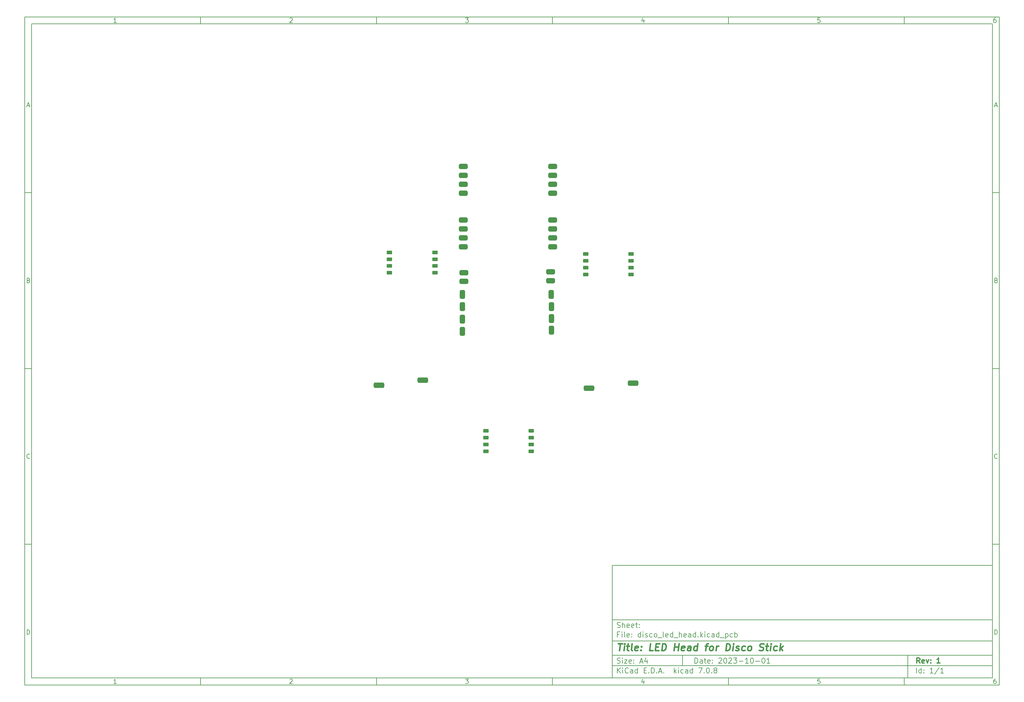
<source format=gbr>
%TF.GenerationSoftware,KiCad,Pcbnew,7.0.8*%
%TF.CreationDate,2024-03-21T08:56:40-07:00*%
%TF.ProjectId,disco_led_head,64697363-6f5f-46c6-9564-5f686561642e,1*%
%TF.SameCoordinates,Original*%
%TF.FileFunction,Soldermask,Top*%
%TF.FilePolarity,Negative*%
%FSLAX46Y46*%
G04 Gerber Fmt 4.6, Leading zero omitted, Abs format (unit mm)*
G04 Created by KiCad (PCBNEW 7.0.8) date 2024-03-21 08:56:40*
%MOMM*%
%LPD*%
G01*
G04 APERTURE LIST*
G04 Aperture macros list*
%AMRoundRect*
0 Rectangle with rounded corners*
0 $1 Rounding radius*
0 $2 $3 $4 $5 $6 $7 $8 $9 X,Y pos of 4 corners*
0 Add a 4 corners polygon primitive as box body*
4,1,4,$2,$3,$4,$5,$6,$7,$8,$9,$2,$3,0*
0 Add four circle primitives for the rounded corners*
1,1,$1+$1,$2,$3*
1,1,$1+$1,$4,$5*
1,1,$1+$1,$6,$7*
1,1,$1+$1,$8,$9*
0 Add four rect primitives between the rounded corners*
20,1,$1+$1,$2,$3,$4,$5,0*
20,1,$1+$1,$4,$5,$6,$7,0*
20,1,$1+$1,$6,$7,$8,$9,0*
20,1,$1+$1,$8,$9,$2,$3,0*%
G04 Aperture macros list end*
%ADD10C,0.100000*%
%ADD11C,0.150000*%
%ADD12C,0.300000*%
%ADD13C,0.400000*%
%ADD14RoundRect,0.375000X-0.875000X-0.375000X0.875000X-0.375000X0.875000X0.375000X-0.875000X0.375000X0*%
%ADD15RoundRect,0.375000X0.875000X0.375000X-0.875000X0.375000X-0.875000X-0.375000X0.875000X-0.375000X0*%
%ADD16RoundRect,0.375000X-0.375000X0.875000X-0.375000X-0.875000X0.375000X-0.875000X0.375000X0.875000X0*%
%ADD17RoundRect,0.381000X-1.119000X-0.381000X1.119000X-0.381000X1.119000X0.381000X-1.119000X0.381000X0*%
%ADD18RoundRect,0.250000X-0.550000X-0.250000X0.550000X-0.250000X0.550000X0.250000X-0.550000X0.250000X0*%
%ADD19RoundRect,0.250000X0.550000X0.250000X-0.550000X0.250000X-0.550000X-0.250000X0.550000X-0.250000X0*%
G04 APERTURE END LIST*
D10*
D11*
X177002200Y-166007200D02*
X285002200Y-166007200D01*
X285002200Y-198007200D01*
X177002200Y-198007200D01*
X177002200Y-166007200D01*
D10*
D11*
X10000000Y-10000000D02*
X287002200Y-10000000D01*
X287002200Y-200007200D01*
X10000000Y-200007200D01*
X10000000Y-10000000D01*
D10*
D11*
X12000000Y-12000000D02*
X285002200Y-12000000D01*
X285002200Y-198007200D01*
X12000000Y-198007200D01*
X12000000Y-12000000D01*
D10*
D11*
X60000000Y-12000000D02*
X60000000Y-10000000D01*
D10*
D11*
X110000000Y-12000000D02*
X110000000Y-10000000D01*
D10*
D11*
X160000000Y-12000000D02*
X160000000Y-10000000D01*
D10*
D11*
X210000000Y-12000000D02*
X210000000Y-10000000D01*
D10*
D11*
X260000000Y-12000000D02*
X260000000Y-10000000D01*
D10*
D11*
X36089160Y-11593604D02*
X35346303Y-11593604D01*
X35717731Y-11593604D02*
X35717731Y-10293604D01*
X35717731Y-10293604D02*
X35593922Y-10479319D01*
X35593922Y-10479319D02*
X35470112Y-10603128D01*
X35470112Y-10603128D02*
X35346303Y-10665033D01*
D10*
D11*
X85346303Y-10417414D02*
X85408207Y-10355509D01*
X85408207Y-10355509D02*
X85532017Y-10293604D01*
X85532017Y-10293604D02*
X85841541Y-10293604D01*
X85841541Y-10293604D02*
X85965350Y-10355509D01*
X85965350Y-10355509D02*
X86027255Y-10417414D01*
X86027255Y-10417414D02*
X86089160Y-10541223D01*
X86089160Y-10541223D02*
X86089160Y-10665033D01*
X86089160Y-10665033D02*
X86027255Y-10850747D01*
X86027255Y-10850747D02*
X85284398Y-11593604D01*
X85284398Y-11593604D02*
X86089160Y-11593604D01*
D10*
D11*
X135284398Y-10293604D02*
X136089160Y-10293604D01*
X136089160Y-10293604D02*
X135655826Y-10788842D01*
X135655826Y-10788842D02*
X135841541Y-10788842D01*
X135841541Y-10788842D02*
X135965350Y-10850747D01*
X135965350Y-10850747D02*
X136027255Y-10912652D01*
X136027255Y-10912652D02*
X136089160Y-11036461D01*
X136089160Y-11036461D02*
X136089160Y-11345985D01*
X136089160Y-11345985D02*
X136027255Y-11469795D01*
X136027255Y-11469795D02*
X135965350Y-11531700D01*
X135965350Y-11531700D02*
X135841541Y-11593604D01*
X135841541Y-11593604D02*
X135470112Y-11593604D01*
X135470112Y-11593604D02*
X135346303Y-11531700D01*
X135346303Y-11531700D02*
X135284398Y-11469795D01*
D10*
D11*
X185965350Y-10726938D02*
X185965350Y-11593604D01*
X185655826Y-10231700D02*
X185346303Y-11160271D01*
X185346303Y-11160271D02*
X186151064Y-11160271D01*
D10*
D11*
X236027255Y-10293604D02*
X235408207Y-10293604D01*
X235408207Y-10293604D02*
X235346303Y-10912652D01*
X235346303Y-10912652D02*
X235408207Y-10850747D01*
X235408207Y-10850747D02*
X235532017Y-10788842D01*
X235532017Y-10788842D02*
X235841541Y-10788842D01*
X235841541Y-10788842D02*
X235965350Y-10850747D01*
X235965350Y-10850747D02*
X236027255Y-10912652D01*
X236027255Y-10912652D02*
X236089160Y-11036461D01*
X236089160Y-11036461D02*
X236089160Y-11345985D01*
X236089160Y-11345985D02*
X236027255Y-11469795D01*
X236027255Y-11469795D02*
X235965350Y-11531700D01*
X235965350Y-11531700D02*
X235841541Y-11593604D01*
X235841541Y-11593604D02*
X235532017Y-11593604D01*
X235532017Y-11593604D02*
X235408207Y-11531700D01*
X235408207Y-11531700D02*
X235346303Y-11469795D01*
D10*
D11*
X285965350Y-10293604D02*
X285717731Y-10293604D01*
X285717731Y-10293604D02*
X285593922Y-10355509D01*
X285593922Y-10355509D02*
X285532017Y-10417414D01*
X285532017Y-10417414D02*
X285408207Y-10603128D01*
X285408207Y-10603128D02*
X285346303Y-10850747D01*
X285346303Y-10850747D02*
X285346303Y-11345985D01*
X285346303Y-11345985D02*
X285408207Y-11469795D01*
X285408207Y-11469795D02*
X285470112Y-11531700D01*
X285470112Y-11531700D02*
X285593922Y-11593604D01*
X285593922Y-11593604D02*
X285841541Y-11593604D01*
X285841541Y-11593604D02*
X285965350Y-11531700D01*
X285965350Y-11531700D02*
X286027255Y-11469795D01*
X286027255Y-11469795D02*
X286089160Y-11345985D01*
X286089160Y-11345985D02*
X286089160Y-11036461D01*
X286089160Y-11036461D02*
X286027255Y-10912652D01*
X286027255Y-10912652D02*
X285965350Y-10850747D01*
X285965350Y-10850747D02*
X285841541Y-10788842D01*
X285841541Y-10788842D02*
X285593922Y-10788842D01*
X285593922Y-10788842D02*
X285470112Y-10850747D01*
X285470112Y-10850747D02*
X285408207Y-10912652D01*
X285408207Y-10912652D02*
X285346303Y-11036461D01*
D10*
D11*
X60000000Y-198007200D02*
X60000000Y-200007200D01*
D10*
D11*
X110000000Y-198007200D02*
X110000000Y-200007200D01*
D10*
D11*
X160000000Y-198007200D02*
X160000000Y-200007200D01*
D10*
D11*
X210000000Y-198007200D02*
X210000000Y-200007200D01*
D10*
D11*
X260000000Y-198007200D02*
X260000000Y-200007200D01*
D10*
D11*
X36089160Y-199600804D02*
X35346303Y-199600804D01*
X35717731Y-199600804D02*
X35717731Y-198300804D01*
X35717731Y-198300804D02*
X35593922Y-198486519D01*
X35593922Y-198486519D02*
X35470112Y-198610328D01*
X35470112Y-198610328D02*
X35346303Y-198672233D01*
D10*
D11*
X85346303Y-198424614D02*
X85408207Y-198362709D01*
X85408207Y-198362709D02*
X85532017Y-198300804D01*
X85532017Y-198300804D02*
X85841541Y-198300804D01*
X85841541Y-198300804D02*
X85965350Y-198362709D01*
X85965350Y-198362709D02*
X86027255Y-198424614D01*
X86027255Y-198424614D02*
X86089160Y-198548423D01*
X86089160Y-198548423D02*
X86089160Y-198672233D01*
X86089160Y-198672233D02*
X86027255Y-198857947D01*
X86027255Y-198857947D02*
X85284398Y-199600804D01*
X85284398Y-199600804D02*
X86089160Y-199600804D01*
D10*
D11*
X135284398Y-198300804D02*
X136089160Y-198300804D01*
X136089160Y-198300804D02*
X135655826Y-198796042D01*
X135655826Y-198796042D02*
X135841541Y-198796042D01*
X135841541Y-198796042D02*
X135965350Y-198857947D01*
X135965350Y-198857947D02*
X136027255Y-198919852D01*
X136027255Y-198919852D02*
X136089160Y-199043661D01*
X136089160Y-199043661D02*
X136089160Y-199353185D01*
X136089160Y-199353185D02*
X136027255Y-199476995D01*
X136027255Y-199476995D02*
X135965350Y-199538900D01*
X135965350Y-199538900D02*
X135841541Y-199600804D01*
X135841541Y-199600804D02*
X135470112Y-199600804D01*
X135470112Y-199600804D02*
X135346303Y-199538900D01*
X135346303Y-199538900D02*
X135284398Y-199476995D01*
D10*
D11*
X185965350Y-198734138D02*
X185965350Y-199600804D01*
X185655826Y-198238900D02*
X185346303Y-199167471D01*
X185346303Y-199167471D02*
X186151064Y-199167471D01*
D10*
D11*
X236027255Y-198300804D02*
X235408207Y-198300804D01*
X235408207Y-198300804D02*
X235346303Y-198919852D01*
X235346303Y-198919852D02*
X235408207Y-198857947D01*
X235408207Y-198857947D02*
X235532017Y-198796042D01*
X235532017Y-198796042D02*
X235841541Y-198796042D01*
X235841541Y-198796042D02*
X235965350Y-198857947D01*
X235965350Y-198857947D02*
X236027255Y-198919852D01*
X236027255Y-198919852D02*
X236089160Y-199043661D01*
X236089160Y-199043661D02*
X236089160Y-199353185D01*
X236089160Y-199353185D02*
X236027255Y-199476995D01*
X236027255Y-199476995D02*
X235965350Y-199538900D01*
X235965350Y-199538900D02*
X235841541Y-199600804D01*
X235841541Y-199600804D02*
X235532017Y-199600804D01*
X235532017Y-199600804D02*
X235408207Y-199538900D01*
X235408207Y-199538900D02*
X235346303Y-199476995D01*
D10*
D11*
X285965350Y-198300804D02*
X285717731Y-198300804D01*
X285717731Y-198300804D02*
X285593922Y-198362709D01*
X285593922Y-198362709D02*
X285532017Y-198424614D01*
X285532017Y-198424614D02*
X285408207Y-198610328D01*
X285408207Y-198610328D02*
X285346303Y-198857947D01*
X285346303Y-198857947D02*
X285346303Y-199353185D01*
X285346303Y-199353185D02*
X285408207Y-199476995D01*
X285408207Y-199476995D02*
X285470112Y-199538900D01*
X285470112Y-199538900D02*
X285593922Y-199600804D01*
X285593922Y-199600804D02*
X285841541Y-199600804D01*
X285841541Y-199600804D02*
X285965350Y-199538900D01*
X285965350Y-199538900D02*
X286027255Y-199476995D01*
X286027255Y-199476995D02*
X286089160Y-199353185D01*
X286089160Y-199353185D02*
X286089160Y-199043661D01*
X286089160Y-199043661D02*
X286027255Y-198919852D01*
X286027255Y-198919852D02*
X285965350Y-198857947D01*
X285965350Y-198857947D02*
X285841541Y-198796042D01*
X285841541Y-198796042D02*
X285593922Y-198796042D01*
X285593922Y-198796042D02*
X285470112Y-198857947D01*
X285470112Y-198857947D02*
X285408207Y-198919852D01*
X285408207Y-198919852D02*
X285346303Y-199043661D01*
D10*
D11*
X10000000Y-60000000D02*
X12000000Y-60000000D01*
D10*
D11*
X10000000Y-110000000D02*
X12000000Y-110000000D01*
D10*
D11*
X10000000Y-160000000D02*
X12000000Y-160000000D01*
D10*
D11*
X10690476Y-35222176D02*
X11309523Y-35222176D01*
X10566666Y-35593604D02*
X10999999Y-34293604D01*
X10999999Y-34293604D02*
X11433333Y-35593604D01*
D10*
D11*
X11092857Y-84912652D02*
X11278571Y-84974557D01*
X11278571Y-84974557D02*
X11340476Y-85036461D01*
X11340476Y-85036461D02*
X11402380Y-85160271D01*
X11402380Y-85160271D02*
X11402380Y-85345985D01*
X11402380Y-85345985D02*
X11340476Y-85469795D01*
X11340476Y-85469795D02*
X11278571Y-85531700D01*
X11278571Y-85531700D02*
X11154761Y-85593604D01*
X11154761Y-85593604D02*
X10659523Y-85593604D01*
X10659523Y-85593604D02*
X10659523Y-84293604D01*
X10659523Y-84293604D02*
X11092857Y-84293604D01*
X11092857Y-84293604D02*
X11216666Y-84355509D01*
X11216666Y-84355509D02*
X11278571Y-84417414D01*
X11278571Y-84417414D02*
X11340476Y-84541223D01*
X11340476Y-84541223D02*
X11340476Y-84665033D01*
X11340476Y-84665033D02*
X11278571Y-84788842D01*
X11278571Y-84788842D02*
X11216666Y-84850747D01*
X11216666Y-84850747D02*
X11092857Y-84912652D01*
X11092857Y-84912652D02*
X10659523Y-84912652D01*
D10*
D11*
X11402380Y-135469795D02*
X11340476Y-135531700D01*
X11340476Y-135531700D02*
X11154761Y-135593604D01*
X11154761Y-135593604D02*
X11030952Y-135593604D01*
X11030952Y-135593604D02*
X10845238Y-135531700D01*
X10845238Y-135531700D02*
X10721428Y-135407890D01*
X10721428Y-135407890D02*
X10659523Y-135284080D01*
X10659523Y-135284080D02*
X10597619Y-135036461D01*
X10597619Y-135036461D02*
X10597619Y-134850747D01*
X10597619Y-134850747D02*
X10659523Y-134603128D01*
X10659523Y-134603128D02*
X10721428Y-134479319D01*
X10721428Y-134479319D02*
X10845238Y-134355509D01*
X10845238Y-134355509D02*
X11030952Y-134293604D01*
X11030952Y-134293604D02*
X11154761Y-134293604D01*
X11154761Y-134293604D02*
X11340476Y-134355509D01*
X11340476Y-134355509D02*
X11402380Y-134417414D01*
D10*
D11*
X10659523Y-185593604D02*
X10659523Y-184293604D01*
X10659523Y-184293604D02*
X10969047Y-184293604D01*
X10969047Y-184293604D02*
X11154761Y-184355509D01*
X11154761Y-184355509D02*
X11278571Y-184479319D01*
X11278571Y-184479319D02*
X11340476Y-184603128D01*
X11340476Y-184603128D02*
X11402380Y-184850747D01*
X11402380Y-184850747D02*
X11402380Y-185036461D01*
X11402380Y-185036461D02*
X11340476Y-185284080D01*
X11340476Y-185284080D02*
X11278571Y-185407890D01*
X11278571Y-185407890D02*
X11154761Y-185531700D01*
X11154761Y-185531700D02*
X10969047Y-185593604D01*
X10969047Y-185593604D02*
X10659523Y-185593604D01*
D10*
D11*
X287002200Y-60000000D02*
X285002200Y-60000000D01*
D10*
D11*
X287002200Y-110000000D02*
X285002200Y-110000000D01*
D10*
D11*
X287002200Y-160000000D02*
X285002200Y-160000000D01*
D10*
D11*
X285692676Y-35222176D02*
X286311723Y-35222176D01*
X285568866Y-35593604D02*
X286002199Y-34293604D01*
X286002199Y-34293604D02*
X286435533Y-35593604D01*
D10*
D11*
X286095057Y-84912652D02*
X286280771Y-84974557D01*
X286280771Y-84974557D02*
X286342676Y-85036461D01*
X286342676Y-85036461D02*
X286404580Y-85160271D01*
X286404580Y-85160271D02*
X286404580Y-85345985D01*
X286404580Y-85345985D02*
X286342676Y-85469795D01*
X286342676Y-85469795D02*
X286280771Y-85531700D01*
X286280771Y-85531700D02*
X286156961Y-85593604D01*
X286156961Y-85593604D02*
X285661723Y-85593604D01*
X285661723Y-85593604D02*
X285661723Y-84293604D01*
X285661723Y-84293604D02*
X286095057Y-84293604D01*
X286095057Y-84293604D02*
X286218866Y-84355509D01*
X286218866Y-84355509D02*
X286280771Y-84417414D01*
X286280771Y-84417414D02*
X286342676Y-84541223D01*
X286342676Y-84541223D02*
X286342676Y-84665033D01*
X286342676Y-84665033D02*
X286280771Y-84788842D01*
X286280771Y-84788842D02*
X286218866Y-84850747D01*
X286218866Y-84850747D02*
X286095057Y-84912652D01*
X286095057Y-84912652D02*
X285661723Y-84912652D01*
D10*
D11*
X286404580Y-135469795D02*
X286342676Y-135531700D01*
X286342676Y-135531700D02*
X286156961Y-135593604D01*
X286156961Y-135593604D02*
X286033152Y-135593604D01*
X286033152Y-135593604D02*
X285847438Y-135531700D01*
X285847438Y-135531700D02*
X285723628Y-135407890D01*
X285723628Y-135407890D02*
X285661723Y-135284080D01*
X285661723Y-135284080D02*
X285599819Y-135036461D01*
X285599819Y-135036461D02*
X285599819Y-134850747D01*
X285599819Y-134850747D02*
X285661723Y-134603128D01*
X285661723Y-134603128D02*
X285723628Y-134479319D01*
X285723628Y-134479319D02*
X285847438Y-134355509D01*
X285847438Y-134355509D02*
X286033152Y-134293604D01*
X286033152Y-134293604D02*
X286156961Y-134293604D01*
X286156961Y-134293604D02*
X286342676Y-134355509D01*
X286342676Y-134355509D02*
X286404580Y-134417414D01*
D10*
D11*
X285661723Y-185593604D02*
X285661723Y-184293604D01*
X285661723Y-184293604D02*
X285971247Y-184293604D01*
X285971247Y-184293604D02*
X286156961Y-184355509D01*
X286156961Y-184355509D02*
X286280771Y-184479319D01*
X286280771Y-184479319D02*
X286342676Y-184603128D01*
X286342676Y-184603128D02*
X286404580Y-184850747D01*
X286404580Y-184850747D02*
X286404580Y-185036461D01*
X286404580Y-185036461D02*
X286342676Y-185284080D01*
X286342676Y-185284080D02*
X286280771Y-185407890D01*
X286280771Y-185407890D02*
X286156961Y-185531700D01*
X286156961Y-185531700D02*
X285971247Y-185593604D01*
X285971247Y-185593604D02*
X285661723Y-185593604D01*
D10*
D11*
X200458026Y-193793328D02*
X200458026Y-192293328D01*
X200458026Y-192293328D02*
X200815169Y-192293328D01*
X200815169Y-192293328D02*
X201029455Y-192364757D01*
X201029455Y-192364757D02*
X201172312Y-192507614D01*
X201172312Y-192507614D02*
X201243741Y-192650471D01*
X201243741Y-192650471D02*
X201315169Y-192936185D01*
X201315169Y-192936185D02*
X201315169Y-193150471D01*
X201315169Y-193150471D02*
X201243741Y-193436185D01*
X201243741Y-193436185D02*
X201172312Y-193579042D01*
X201172312Y-193579042D02*
X201029455Y-193721900D01*
X201029455Y-193721900D02*
X200815169Y-193793328D01*
X200815169Y-193793328D02*
X200458026Y-193793328D01*
X202600884Y-193793328D02*
X202600884Y-193007614D01*
X202600884Y-193007614D02*
X202529455Y-192864757D01*
X202529455Y-192864757D02*
X202386598Y-192793328D01*
X202386598Y-192793328D02*
X202100884Y-192793328D01*
X202100884Y-192793328D02*
X201958026Y-192864757D01*
X202600884Y-193721900D02*
X202458026Y-193793328D01*
X202458026Y-193793328D02*
X202100884Y-193793328D01*
X202100884Y-193793328D02*
X201958026Y-193721900D01*
X201958026Y-193721900D02*
X201886598Y-193579042D01*
X201886598Y-193579042D02*
X201886598Y-193436185D01*
X201886598Y-193436185D02*
X201958026Y-193293328D01*
X201958026Y-193293328D02*
X202100884Y-193221900D01*
X202100884Y-193221900D02*
X202458026Y-193221900D01*
X202458026Y-193221900D02*
X202600884Y-193150471D01*
X203100884Y-192793328D02*
X203672312Y-192793328D01*
X203315169Y-192293328D02*
X203315169Y-193579042D01*
X203315169Y-193579042D02*
X203386598Y-193721900D01*
X203386598Y-193721900D02*
X203529455Y-193793328D01*
X203529455Y-193793328D02*
X203672312Y-193793328D01*
X204743741Y-193721900D02*
X204600884Y-193793328D01*
X204600884Y-193793328D02*
X204315170Y-193793328D01*
X204315170Y-193793328D02*
X204172312Y-193721900D01*
X204172312Y-193721900D02*
X204100884Y-193579042D01*
X204100884Y-193579042D02*
X204100884Y-193007614D01*
X204100884Y-193007614D02*
X204172312Y-192864757D01*
X204172312Y-192864757D02*
X204315170Y-192793328D01*
X204315170Y-192793328D02*
X204600884Y-192793328D01*
X204600884Y-192793328D02*
X204743741Y-192864757D01*
X204743741Y-192864757D02*
X204815170Y-193007614D01*
X204815170Y-193007614D02*
X204815170Y-193150471D01*
X204815170Y-193150471D02*
X204100884Y-193293328D01*
X205458026Y-193650471D02*
X205529455Y-193721900D01*
X205529455Y-193721900D02*
X205458026Y-193793328D01*
X205458026Y-193793328D02*
X205386598Y-193721900D01*
X205386598Y-193721900D02*
X205458026Y-193650471D01*
X205458026Y-193650471D02*
X205458026Y-193793328D01*
X205458026Y-192864757D02*
X205529455Y-192936185D01*
X205529455Y-192936185D02*
X205458026Y-193007614D01*
X205458026Y-193007614D02*
X205386598Y-192936185D01*
X205386598Y-192936185D02*
X205458026Y-192864757D01*
X205458026Y-192864757D02*
X205458026Y-193007614D01*
X207243741Y-192436185D02*
X207315169Y-192364757D01*
X207315169Y-192364757D02*
X207458027Y-192293328D01*
X207458027Y-192293328D02*
X207815169Y-192293328D01*
X207815169Y-192293328D02*
X207958027Y-192364757D01*
X207958027Y-192364757D02*
X208029455Y-192436185D01*
X208029455Y-192436185D02*
X208100884Y-192579042D01*
X208100884Y-192579042D02*
X208100884Y-192721900D01*
X208100884Y-192721900D02*
X208029455Y-192936185D01*
X208029455Y-192936185D02*
X207172312Y-193793328D01*
X207172312Y-193793328D02*
X208100884Y-193793328D01*
X209029455Y-192293328D02*
X209172312Y-192293328D01*
X209172312Y-192293328D02*
X209315169Y-192364757D01*
X209315169Y-192364757D02*
X209386598Y-192436185D01*
X209386598Y-192436185D02*
X209458026Y-192579042D01*
X209458026Y-192579042D02*
X209529455Y-192864757D01*
X209529455Y-192864757D02*
X209529455Y-193221900D01*
X209529455Y-193221900D02*
X209458026Y-193507614D01*
X209458026Y-193507614D02*
X209386598Y-193650471D01*
X209386598Y-193650471D02*
X209315169Y-193721900D01*
X209315169Y-193721900D02*
X209172312Y-193793328D01*
X209172312Y-193793328D02*
X209029455Y-193793328D01*
X209029455Y-193793328D02*
X208886598Y-193721900D01*
X208886598Y-193721900D02*
X208815169Y-193650471D01*
X208815169Y-193650471D02*
X208743740Y-193507614D01*
X208743740Y-193507614D02*
X208672312Y-193221900D01*
X208672312Y-193221900D02*
X208672312Y-192864757D01*
X208672312Y-192864757D02*
X208743740Y-192579042D01*
X208743740Y-192579042D02*
X208815169Y-192436185D01*
X208815169Y-192436185D02*
X208886598Y-192364757D01*
X208886598Y-192364757D02*
X209029455Y-192293328D01*
X210100883Y-192436185D02*
X210172311Y-192364757D01*
X210172311Y-192364757D02*
X210315169Y-192293328D01*
X210315169Y-192293328D02*
X210672311Y-192293328D01*
X210672311Y-192293328D02*
X210815169Y-192364757D01*
X210815169Y-192364757D02*
X210886597Y-192436185D01*
X210886597Y-192436185D02*
X210958026Y-192579042D01*
X210958026Y-192579042D02*
X210958026Y-192721900D01*
X210958026Y-192721900D02*
X210886597Y-192936185D01*
X210886597Y-192936185D02*
X210029454Y-193793328D01*
X210029454Y-193793328D02*
X210958026Y-193793328D01*
X211458025Y-192293328D02*
X212386597Y-192293328D01*
X212386597Y-192293328D02*
X211886597Y-192864757D01*
X211886597Y-192864757D02*
X212100882Y-192864757D01*
X212100882Y-192864757D02*
X212243740Y-192936185D01*
X212243740Y-192936185D02*
X212315168Y-193007614D01*
X212315168Y-193007614D02*
X212386597Y-193150471D01*
X212386597Y-193150471D02*
X212386597Y-193507614D01*
X212386597Y-193507614D02*
X212315168Y-193650471D01*
X212315168Y-193650471D02*
X212243740Y-193721900D01*
X212243740Y-193721900D02*
X212100882Y-193793328D01*
X212100882Y-193793328D02*
X211672311Y-193793328D01*
X211672311Y-193793328D02*
X211529454Y-193721900D01*
X211529454Y-193721900D02*
X211458025Y-193650471D01*
X213029453Y-193221900D02*
X214172311Y-193221900D01*
X215672311Y-193793328D02*
X214815168Y-193793328D01*
X215243739Y-193793328D02*
X215243739Y-192293328D01*
X215243739Y-192293328D02*
X215100882Y-192507614D01*
X215100882Y-192507614D02*
X214958025Y-192650471D01*
X214958025Y-192650471D02*
X214815168Y-192721900D01*
X216600882Y-192293328D02*
X216743739Y-192293328D01*
X216743739Y-192293328D02*
X216886596Y-192364757D01*
X216886596Y-192364757D02*
X216958025Y-192436185D01*
X216958025Y-192436185D02*
X217029453Y-192579042D01*
X217029453Y-192579042D02*
X217100882Y-192864757D01*
X217100882Y-192864757D02*
X217100882Y-193221900D01*
X217100882Y-193221900D02*
X217029453Y-193507614D01*
X217029453Y-193507614D02*
X216958025Y-193650471D01*
X216958025Y-193650471D02*
X216886596Y-193721900D01*
X216886596Y-193721900D02*
X216743739Y-193793328D01*
X216743739Y-193793328D02*
X216600882Y-193793328D01*
X216600882Y-193793328D02*
X216458025Y-193721900D01*
X216458025Y-193721900D02*
X216386596Y-193650471D01*
X216386596Y-193650471D02*
X216315167Y-193507614D01*
X216315167Y-193507614D02*
X216243739Y-193221900D01*
X216243739Y-193221900D02*
X216243739Y-192864757D01*
X216243739Y-192864757D02*
X216315167Y-192579042D01*
X216315167Y-192579042D02*
X216386596Y-192436185D01*
X216386596Y-192436185D02*
X216458025Y-192364757D01*
X216458025Y-192364757D02*
X216600882Y-192293328D01*
X217743738Y-193221900D02*
X218886596Y-193221900D01*
X219886596Y-192293328D02*
X220029453Y-192293328D01*
X220029453Y-192293328D02*
X220172310Y-192364757D01*
X220172310Y-192364757D02*
X220243739Y-192436185D01*
X220243739Y-192436185D02*
X220315167Y-192579042D01*
X220315167Y-192579042D02*
X220386596Y-192864757D01*
X220386596Y-192864757D02*
X220386596Y-193221900D01*
X220386596Y-193221900D02*
X220315167Y-193507614D01*
X220315167Y-193507614D02*
X220243739Y-193650471D01*
X220243739Y-193650471D02*
X220172310Y-193721900D01*
X220172310Y-193721900D02*
X220029453Y-193793328D01*
X220029453Y-193793328D02*
X219886596Y-193793328D01*
X219886596Y-193793328D02*
X219743739Y-193721900D01*
X219743739Y-193721900D02*
X219672310Y-193650471D01*
X219672310Y-193650471D02*
X219600881Y-193507614D01*
X219600881Y-193507614D02*
X219529453Y-193221900D01*
X219529453Y-193221900D02*
X219529453Y-192864757D01*
X219529453Y-192864757D02*
X219600881Y-192579042D01*
X219600881Y-192579042D02*
X219672310Y-192436185D01*
X219672310Y-192436185D02*
X219743739Y-192364757D01*
X219743739Y-192364757D02*
X219886596Y-192293328D01*
X221815167Y-193793328D02*
X220958024Y-193793328D01*
X221386595Y-193793328D02*
X221386595Y-192293328D01*
X221386595Y-192293328D02*
X221243738Y-192507614D01*
X221243738Y-192507614D02*
X221100881Y-192650471D01*
X221100881Y-192650471D02*
X220958024Y-192721900D01*
D10*
D11*
X177002200Y-194507200D02*
X285002200Y-194507200D01*
D10*
D11*
X178458026Y-196593328D02*
X178458026Y-195093328D01*
X179315169Y-196593328D02*
X178672312Y-195736185D01*
X179315169Y-195093328D02*
X178458026Y-195950471D01*
X179958026Y-196593328D02*
X179958026Y-195593328D01*
X179958026Y-195093328D02*
X179886598Y-195164757D01*
X179886598Y-195164757D02*
X179958026Y-195236185D01*
X179958026Y-195236185D02*
X180029455Y-195164757D01*
X180029455Y-195164757D02*
X179958026Y-195093328D01*
X179958026Y-195093328D02*
X179958026Y-195236185D01*
X181529455Y-196450471D02*
X181458027Y-196521900D01*
X181458027Y-196521900D02*
X181243741Y-196593328D01*
X181243741Y-196593328D02*
X181100884Y-196593328D01*
X181100884Y-196593328D02*
X180886598Y-196521900D01*
X180886598Y-196521900D02*
X180743741Y-196379042D01*
X180743741Y-196379042D02*
X180672312Y-196236185D01*
X180672312Y-196236185D02*
X180600884Y-195950471D01*
X180600884Y-195950471D02*
X180600884Y-195736185D01*
X180600884Y-195736185D02*
X180672312Y-195450471D01*
X180672312Y-195450471D02*
X180743741Y-195307614D01*
X180743741Y-195307614D02*
X180886598Y-195164757D01*
X180886598Y-195164757D02*
X181100884Y-195093328D01*
X181100884Y-195093328D02*
X181243741Y-195093328D01*
X181243741Y-195093328D02*
X181458027Y-195164757D01*
X181458027Y-195164757D02*
X181529455Y-195236185D01*
X182815170Y-196593328D02*
X182815170Y-195807614D01*
X182815170Y-195807614D02*
X182743741Y-195664757D01*
X182743741Y-195664757D02*
X182600884Y-195593328D01*
X182600884Y-195593328D02*
X182315170Y-195593328D01*
X182315170Y-195593328D02*
X182172312Y-195664757D01*
X182815170Y-196521900D02*
X182672312Y-196593328D01*
X182672312Y-196593328D02*
X182315170Y-196593328D01*
X182315170Y-196593328D02*
X182172312Y-196521900D01*
X182172312Y-196521900D02*
X182100884Y-196379042D01*
X182100884Y-196379042D02*
X182100884Y-196236185D01*
X182100884Y-196236185D02*
X182172312Y-196093328D01*
X182172312Y-196093328D02*
X182315170Y-196021900D01*
X182315170Y-196021900D02*
X182672312Y-196021900D01*
X182672312Y-196021900D02*
X182815170Y-195950471D01*
X184172313Y-196593328D02*
X184172313Y-195093328D01*
X184172313Y-196521900D02*
X184029455Y-196593328D01*
X184029455Y-196593328D02*
X183743741Y-196593328D01*
X183743741Y-196593328D02*
X183600884Y-196521900D01*
X183600884Y-196521900D02*
X183529455Y-196450471D01*
X183529455Y-196450471D02*
X183458027Y-196307614D01*
X183458027Y-196307614D02*
X183458027Y-195879042D01*
X183458027Y-195879042D02*
X183529455Y-195736185D01*
X183529455Y-195736185D02*
X183600884Y-195664757D01*
X183600884Y-195664757D02*
X183743741Y-195593328D01*
X183743741Y-195593328D02*
X184029455Y-195593328D01*
X184029455Y-195593328D02*
X184172313Y-195664757D01*
X186029455Y-195807614D02*
X186529455Y-195807614D01*
X186743741Y-196593328D02*
X186029455Y-196593328D01*
X186029455Y-196593328D02*
X186029455Y-195093328D01*
X186029455Y-195093328D02*
X186743741Y-195093328D01*
X187386598Y-196450471D02*
X187458027Y-196521900D01*
X187458027Y-196521900D02*
X187386598Y-196593328D01*
X187386598Y-196593328D02*
X187315170Y-196521900D01*
X187315170Y-196521900D02*
X187386598Y-196450471D01*
X187386598Y-196450471D02*
X187386598Y-196593328D01*
X188100884Y-196593328D02*
X188100884Y-195093328D01*
X188100884Y-195093328D02*
X188458027Y-195093328D01*
X188458027Y-195093328D02*
X188672313Y-195164757D01*
X188672313Y-195164757D02*
X188815170Y-195307614D01*
X188815170Y-195307614D02*
X188886599Y-195450471D01*
X188886599Y-195450471D02*
X188958027Y-195736185D01*
X188958027Y-195736185D02*
X188958027Y-195950471D01*
X188958027Y-195950471D02*
X188886599Y-196236185D01*
X188886599Y-196236185D02*
X188815170Y-196379042D01*
X188815170Y-196379042D02*
X188672313Y-196521900D01*
X188672313Y-196521900D02*
X188458027Y-196593328D01*
X188458027Y-196593328D02*
X188100884Y-196593328D01*
X189600884Y-196450471D02*
X189672313Y-196521900D01*
X189672313Y-196521900D02*
X189600884Y-196593328D01*
X189600884Y-196593328D02*
X189529456Y-196521900D01*
X189529456Y-196521900D02*
X189600884Y-196450471D01*
X189600884Y-196450471D02*
X189600884Y-196593328D01*
X190243742Y-196164757D02*
X190958028Y-196164757D01*
X190100885Y-196593328D02*
X190600885Y-195093328D01*
X190600885Y-195093328D02*
X191100885Y-196593328D01*
X191600884Y-196450471D02*
X191672313Y-196521900D01*
X191672313Y-196521900D02*
X191600884Y-196593328D01*
X191600884Y-196593328D02*
X191529456Y-196521900D01*
X191529456Y-196521900D02*
X191600884Y-196450471D01*
X191600884Y-196450471D02*
X191600884Y-196593328D01*
X194600884Y-196593328D02*
X194600884Y-195093328D01*
X194743742Y-196021900D02*
X195172313Y-196593328D01*
X195172313Y-195593328D02*
X194600884Y-196164757D01*
X195815170Y-196593328D02*
X195815170Y-195593328D01*
X195815170Y-195093328D02*
X195743742Y-195164757D01*
X195743742Y-195164757D02*
X195815170Y-195236185D01*
X195815170Y-195236185D02*
X195886599Y-195164757D01*
X195886599Y-195164757D02*
X195815170Y-195093328D01*
X195815170Y-195093328D02*
X195815170Y-195236185D01*
X197172314Y-196521900D02*
X197029456Y-196593328D01*
X197029456Y-196593328D02*
X196743742Y-196593328D01*
X196743742Y-196593328D02*
X196600885Y-196521900D01*
X196600885Y-196521900D02*
X196529456Y-196450471D01*
X196529456Y-196450471D02*
X196458028Y-196307614D01*
X196458028Y-196307614D02*
X196458028Y-195879042D01*
X196458028Y-195879042D02*
X196529456Y-195736185D01*
X196529456Y-195736185D02*
X196600885Y-195664757D01*
X196600885Y-195664757D02*
X196743742Y-195593328D01*
X196743742Y-195593328D02*
X197029456Y-195593328D01*
X197029456Y-195593328D02*
X197172314Y-195664757D01*
X198458028Y-196593328D02*
X198458028Y-195807614D01*
X198458028Y-195807614D02*
X198386599Y-195664757D01*
X198386599Y-195664757D02*
X198243742Y-195593328D01*
X198243742Y-195593328D02*
X197958028Y-195593328D01*
X197958028Y-195593328D02*
X197815170Y-195664757D01*
X198458028Y-196521900D02*
X198315170Y-196593328D01*
X198315170Y-196593328D02*
X197958028Y-196593328D01*
X197958028Y-196593328D02*
X197815170Y-196521900D01*
X197815170Y-196521900D02*
X197743742Y-196379042D01*
X197743742Y-196379042D02*
X197743742Y-196236185D01*
X197743742Y-196236185D02*
X197815170Y-196093328D01*
X197815170Y-196093328D02*
X197958028Y-196021900D01*
X197958028Y-196021900D02*
X198315170Y-196021900D01*
X198315170Y-196021900D02*
X198458028Y-195950471D01*
X199815171Y-196593328D02*
X199815171Y-195093328D01*
X199815171Y-196521900D02*
X199672313Y-196593328D01*
X199672313Y-196593328D02*
X199386599Y-196593328D01*
X199386599Y-196593328D02*
X199243742Y-196521900D01*
X199243742Y-196521900D02*
X199172313Y-196450471D01*
X199172313Y-196450471D02*
X199100885Y-196307614D01*
X199100885Y-196307614D02*
X199100885Y-195879042D01*
X199100885Y-195879042D02*
X199172313Y-195736185D01*
X199172313Y-195736185D02*
X199243742Y-195664757D01*
X199243742Y-195664757D02*
X199386599Y-195593328D01*
X199386599Y-195593328D02*
X199672313Y-195593328D01*
X199672313Y-195593328D02*
X199815171Y-195664757D01*
X201529456Y-195093328D02*
X202529456Y-195093328D01*
X202529456Y-195093328D02*
X201886599Y-196593328D01*
X203100884Y-196450471D02*
X203172313Y-196521900D01*
X203172313Y-196521900D02*
X203100884Y-196593328D01*
X203100884Y-196593328D02*
X203029456Y-196521900D01*
X203029456Y-196521900D02*
X203100884Y-196450471D01*
X203100884Y-196450471D02*
X203100884Y-196593328D01*
X204100885Y-195093328D02*
X204243742Y-195093328D01*
X204243742Y-195093328D02*
X204386599Y-195164757D01*
X204386599Y-195164757D02*
X204458028Y-195236185D01*
X204458028Y-195236185D02*
X204529456Y-195379042D01*
X204529456Y-195379042D02*
X204600885Y-195664757D01*
X204600885Y-195664757D02*
X204600885Y-196021900D01*
X204600885Y-196021900D02*
X204529456Y-196307614D01*
X204529456Y-196307614D02*
X204458028Y-196450471D01*
X204458028Y-196450471D02*
X204386599Y-196521900D01*
X204386599Y-196521900D02*
X204243742Y-196593328D01*
X204243742Y-196593328D02*
X204100885Y-196593328D01*
X204100885Y-196593328D02*
X203958028Y-196521900D01*
X203958028Y-196521900D02*
X203886599Y-196450471D01*
X203886599Y-196450471D02*
X203815170Y-196307614D01*
X203815170Y-196307614D02*
X203743742Y-196021900D01*
X203743742Y-196021900D02*
X203743742Y-195664757D01*
X203743742Y-195664757D02*
X203815170Y-195379042D01*
X203815170Y-195379042D02*
X203886599Y-195236185D01*
X203886599Y-195236185D02*
X203958028Y-195164757D01*
X203958028Y-195164757D02*
X204100885Y-195093328D01*
X205243741Y-196450471D02*
X205315170Y-196521900D01*
X205315170Y-196521900D02*
X205243741Y-196593328D01*
X205243741Y-196593328D02*
X205172313Y-196521900D01*
X205172313Y-196521900D02*
X205243741Y-196450471D01*
X205243741Y-196450471D02*
X205243741Y-196593328D01*
X206172313Y-195736185D02*
X206029456Y-195664757D01*
X206029456Y-195664757D02*
X205958027Y-195593328D01*
X205958027Y-195593328D02*
X205886599Y-195450471D01*
X205886599Y-195450471D02*
X205886599Y-195379042D01*
X205886599Y-195379042D02*
X205958027Y-195236185D01*
X205958027Y-195236185D02*
X206029456Y-195164757D01*
X206029456Y-195164757D02*
X206172313Y-195093328D01*
X206172313Y-195093328D02*
X206458027Y-195093328D01*
X206458027Y-195093328D02*
X206600885Y-195164757D01*
X206600885Y-195164757D02*
X206672313Y-195236185D01*
X206672313Y-195236185D02*
X206743742Y-195379042D01*
X206743742Y-195379042D02*
X206743742Y-195450471D01*
X206743742Y-195450471D02*
X206672313Y-195593328D01*
X206672313Y-195593328D02*
X206600885Y-195664757D01*
X206600885Y-195664757D02*
X206458027Y-195736185D01*
X206458027Y-195736185D02*
X206172313Y-195736185D01*
X206172313Y-195736185D02*
X206029456Y-195807614D01*
X206029456Y-195807614D02*
X205958027Y-195879042D01*
X205958027Y-195879042D02*
X205886599Y-196021900D01*
X205886599Y-196021900D02*
X205886599Y-196307614D01*
X205886599Y-196307614D02*
X205958027Y-196450471D01*
X205958027Y-196450471D02*
X206029456Y-196521900D01*
X206029456Y-196521900D02*
X206172313Y-196593328D01*
X206172313Y-196593328D02*
X206458027Y-196593328D01*
X206458027Y-196593328D02*
X206600885Y-196521900D01*
X206600885Y-196521900D02*
X206672313Y-196450471D01*
X206672313Y-196450471D02*
X206743742Y-196307614D01*
X206743742Y-196307614D02*
X206743742Y-196021900D01*
X206743742Y-196021900D02*
X206672313Y-195879042D01*
X206672313Y-195879042D02*
X206600885Y-195807614D01*
X206600885Y-195807614D02*
X206458027Y-195736185D01*
D10*
D11*
X177002200Y-191507200D02*
X285002200Y-191507200D01*
D10*
D12*
X264413853Y-193785528D02*
X263913853Y-193071242D01*
X263556710Y-193785528D02*
X263556710Y-192285528D01*
X263556710Y-192285528D02*
X264128139Y-192285528D01*
X264128139Y-192285528D02*
X264270996Y-192356957D01*
X264270996Y-192356957D02*
X264342425Y-192428385D01*
X264342425Y-192428385D02*
X264413853Y-192571242D01*
X264413853Y-192571242D02*
X264413853Y-192785528D01*
X264413853Y-192785528D02*
X264342425Y-192928385D01*
X264342425Y-192928385D02*
X264270996Y-192999814D01*
X264270996Y-192999814D02*
X264128139Y-193071242D01*
X264128139Y-193071242D02*
X263556710Y-193071242D01*
X265628139Y-193714100D02*
X265485282Y-193785528D01*
X265485282Y-193785528D02*
X265199568Y-193785528D01*
X265199568Y-193785528D02*
X265056710Y-193714100D01*
X265056710Y-193714100D02*
X264985282Y-193571242D01*
X264985282Y-193571242D02*
X264985282Y-192999814D01*
X264985282Y-192999814D02*
X265056710Y-192856957D01*
X265056710Y-192856957D02*
X265199568Y-192785528D01*
X265199568Y-192785528D02*
X265485282Y-192785528D01*
X265485282Y-192785528D02*
X265628139Y-192856957D01*
X265628139Y-192856957D02*
X265699568Y-192999814D01*
X265699568Y-192999814D02*
X265699568Y-193142671D01*
X265699568Y-193142671D02*
X264985282Y-193285528D01*
X266199567Y-192785528D02*
X266556710Y-193785528D01*
X266556710Y-193785528D02*
X266913853Y-192785528D01*
X267485281Y-193642671D02*
X267556710Y-193714100D01*
X267556710Y-193714100D02*
X267485281Y-193785528D01*
X267485281Y-193785528D02*
X267413853Y-193714100D01*
X267413853Y-193714100D02*
X267485281Y-193642671D01*
X267485281Y-193642671D02*
X267485281Y-193785528D01*
X267485281Y-192856957D02*
X267556710Y-192928385D01*
X267556710Y-192928385D02*
X267485281Y-192999814D01*
X267485281Y-192999814D02*
X267413853Y-192928385D01*
X267413853Y-192928385D02*
X267485281Y-192856957D01*
X267485281Y-192856957D02*
X267485281Y-192999814D01*
X270128139Y-193785528D02*
X269270996Y-193785528D01*
X269699567Y-193785528D02*
X269699567Y-192285528D01*
X269699567Y-192285528D02*
X269556710Y-192499814D01*
X269556710Y-192499814D02*
X269413853Y-192642671D01*
X269413853Y-192642671D02*
X269270996Y-192714100D01*
D10*
D11*
X178386598Y-193721900D02*
X178600884Y-193793328D01*
X178600884Y-193793328D02*
X178958026Y-193793328D01*
X178958026Y-193793328D02*
X179100884Y-193721900D01*
X179100884Y-193721900D02*
X179172312Y-193650471D01*
X179172312Y-193650471D02*
X179243741Y-193507614D01*
X179243741Y-193507614D02*
X179243741Y-193364757D01*
X179243741Y-193364757D02*
X179172312Y-193221900D01*
X179172312Y-193221900D02*
X179100884Y-193150471D01*
X179100884Y-193150471D02*
X178958026Y-193079042D01*
X178958026Y-193079042D02*
X178672312Y-193007614D01*
X178672312Y-193007614D02*
X178529455Y-192936185D01*
X178529455Y-192936185D02*
X178458026Y-192864757D01*
X178458026Y-192864757D02*
X178386598Y-192721900D01*
X178386598Y-192721900D02*
X178386598Y-192579042D01*
X178386598Y-192579042D02*
X178458026Y-192436185D01*
X178458026Y-192436185D02*
X178529455Y-192364757D01*
X178529455Y-192364757D02*
X178672312Y-192293328D01*
X178672312Y-192293328D02*
X179029455Y-192293328D01*
X179029455Y-192293328D02*
X179243741Y-192364757D01*
X179886597Y-193793328D02*
X179886597Y-192793328D01*
X179886597Y-192293328D02*
X179815169Y-192364757D01*
X179815169Y-192364757D02*
X179886597Y-192436185D01*
X179886597Y-192436185D02*
X179958026Y-192364757D01*
X179958026Y-192364757D02*
X179886597Y-192293328D01*
X179886597Y-192293328D02*
X179886597Y-192436185D01*
X180458026Y-192793328D02*
X181243741Y-192793328D01*
X181243741Y-192793328D02*
X180458026Y-193793328D01*
X180458026Y-193793328D02*
X181243741Y-193793328D01*
X182386598Y-193721900D02*
X182243741Y-193793328D01*
X182243741Y-193793328D02*
X181958027Y-193793328D01*
X181958027Y-193793328D02*
X181815169Y-193721900D01*
X181815169Y-193721900D02*
X181743741Y-193579042D01*
X181743741Y-193579042D02*
X181743741Y-193007614D01*
X181743741Y-193007614D02*
X181815169Y-192864757D01*
X181815169Y-192864757D02*
X181958027Y-192793328D01*
X181958027Y-192793328D02*
X182243741Y-192793328D01*
X182243741Y-192793328D02*
X182386598Y-192864757D01*
X182386598Y-192864757D02*
X182458027Y-193007614D01*
X182458027Y-193007614D02*
X182458027Y-193150471D01*
X182458027Y-193150471D02*
X181743741Y-193293328D01*
X183100883Y-193650471D02*
X183172312Y-193721900D01*
X183172312Y-193721900D02*
X183100883Y-193793328D01*
X183100883Y-193793328D02*
X183029455Y-193721900D01*
X183029455Y-193721900D02*
X183100883Y-193650471D01*
X183100883Y-193650471D02*
X183100883Y-193793328D01*
X183100883Y-192864757D02*
X183172312Y-192936185D01*
X183172312Y-192936185D02*
X183100883Y-193007614D01*
X183100883Y-193007614D02*
X183029455Y-192936185D01*
X183029455Y-192936185D02*
X183100883Y-192864757D01*
X183100883Y-192864757D02*
X183100883Y-193007614D01*
X184886598Y-193364757D02*
X185600884Y-193364757D01*
X184743741Y-193793328D02*
X185243741Y-192293328D01*
X185243741Y-192293328D02*
X185743741Y-193793328D01*
X186886598Y-192793328D02*
X186886598Y-193793328D01*
X186529455Y-192221900D02*
X186172312Y-193293328D01*
X186172312Y-193293328D02*
X187100883Y-193293328D01*
D10*
D11*
X263458026Y-196593328D02*
X263458026Y-195093328D01*
X264815170Y-196593328D02*
X264815170Y-195093328D01*
X264815170Y-196521900D02*
X264672312Y-196593328D01*
X264672312Y-196593328D02*
X264386598Y-196593328D01*
X264386598Y-196593328D02*
X264243741Y-196521900D01*
X264243741Y-196521900D02*
X264172312Y-196450471D01*
X264172312Y-196450471D02*
X264100884Y-196307614D01*
X264100884Y-196307614D02*
X264100884Y-195879042D01*
X264100884Y-195879042D02*
X264172312Y-195736185D01*
X264172312Y-195736185D02*
X264243741Y-195664757D01*
X264243741Y-195664757D02*
X264386598Y-195593328D01*
X264386598Y-195593328D02*
X264672312Y-195593328D01*
X264672312Y-195593328D02*
X264815170Y-195664757D01*
X265529455Y-196450471D02*
X265600884Y-196521900D01*
X265600884Y-196521900D02*
X265529455Y-196593328D01*
X265529455Y-196593328D02*
X265458027Y-196521900D01*
X265458027Y-196521900D02*
X265529455Y-196450471D01*
X265529455Y-196450471D02*
X265529455Y-196593328D01*
X265529455Y-195664757D02*
X265600884Y-195736185D01*
X265600884Y-195736185D02*
X265529455Y-195807614D01*
X265529455Y-195807614D02*
X265458027Y-195736185D01*
X265458027Y-195736185D02*
X265529455Y-195664757D01*
X265529455Y-195664757D02*
X265529455Y-195807614D01*
X268172313Y-196593328D02*
X267315170Y-196593328D01*
X267743741Y-196593328D02*
X267743741Y-195093328D01*
X267743741Y-195093328D02*
X267600884Y-195307614D01*
X267600884Y-195307614D02*
X267458027Y-195450471D01*
X267458027Y-195450471D02*
X267315170Y-195521900D01*
X269886598Y-195021900D02*
X268600884Y-196950471D01*
X271172313Y-196593328D02*
X270315170Y-196593328D01*
X270743741Y-196593328D02*
X270743741Y-195093328D01*
X270743741Y-195093328D02*
X270600884Y-195307614D01*
X270600884Y-195307614D02*
X270458027Y-195450471D01*
X270458027Y-195450471D02*
X270315170Y-195521900D01*
D10*
D11*
X177002200Y-187507200D02*
X285002200Y-187507200D01*
D10*
D13*
X178693928Y-188211638D02*
X179836785Y-188211638D01*
X179015357Y-190211638D02*
X179265357Y-188211638D01*
X180253452Y-190211638D02*
X180420119Y-188878304D01*
X180503452Y-188211638D02*
X180396309Y-188306876D01*
X180396309Y-188306876D02*
X180479643Y-188402114D01*
X180479643Y-188402114D02*
X180586786Y-188306876D01*
X180586786Y-188306876D02*
X180503452Y-188211638D01*
X180503452Y-188211638D02*
X180479643Y-188402114D01*
X181086786Y-188878304D02*
X181848690Y-188878304D01*
X181455833Y-188211638D02*
X181241548Y-189925923D01*
X181241548Y-189925923D02*
X181312976Y-190116400D01*
X181312976Y-190116400D02*
X181491548Y-190211638D01*
X181491548Y-190211638D02*
X181682024Y-190211638D01*
X182634405Y-190211638D02*
X182455833Y-190116400D01*
X182455833Y-190116400D02*
X182384405Y-189925923D01*
X182384405Y-189925923D02*
X182598690Y-188211638D01*
X184170119Y-190116400D02*
X183967738Y-190211638D01*
X183967738Y-190211638D02*
X183586785Y-190211638D01*
X183586785Y-190211638D02*
X183408214Y-190116400D01*
X183408214Y-190116400D02*
X183336785Y-189925923D01*
X183336785Y-189925923D02*
X183432024Y-189164019D01*
X183432024Y-189164019D02*
X183551071Y-188973542D01*
X183551071Y-188973542D02*
X183753452Y-188878304D01*
X183753452Y-188878304D02*
X184134404Y-188878304D01*
X184134404Y-188878304D02*
X184312976Y-188973542D01*
X184312976Y-188973542D02*
X184384404Y-189164019D01*
X184384404Y-189164019D02*
X184360595Y-189354495D01*
X184360595Y-189354495D02*
X183384404Y-189544971D01*
X185134405Y-190021161D02*
X185217738Y-190116400D01*
X185217738Y-190116400D02*
X185110595Y-190211638D01*
X185110595Y-190211638D02*
X185027262Y-190116400D01*
X185027262Y-190116400D02*
X185134405Y-190021161D01*
X185134405Y-190021161D02*
X185110595Y-190211638D01*
X185265357Y-188973542D02*
X185348690Y-189068780D01*
X185348690Y-189068780D02*
X185241548Y-189164019D01*
X185241548Y-189164019D02*
X185158214Y-189068780D01*
X185158214Y-189068780D02*
X185265357Y-188973542D01*
X185265357Y-188973542D02*
X185241548Y-189164019D01*
X188539167Y-190211638D02*
X187586786Y-190211638D01*
X187586786Y-190211638D02*
X187836786Y-188211638D01*
X189336787Y-189164019D02*
X190003453Y-189164019D01*
X190158215Y-190211638D02*
X189205834Y-190211638D01*
X189205834Y-190211638D02*
X189455834Y-188211638D01*
X189455834Y-188211638D02*
X190408215Y-188211638D01*
X191015358Y-190211638D02*
X191265358Y-188211638D01*
X191265358Y-188211638D02*
X191741549Y-188211638D01*
X191741549Y-188211638D02*
X192015358Y-188306876D01*
X192015358Y-188306876D02*
X192182025Y-188497352D01*
X192182025Y-188497352D02*
X192253453Y-188687828D01*
X192253453Y-188687828D02*
X192301073Y-189068780D01*
X192301073Y-189068780D02*
X192265358Y-189354495D01*
X192265358Y-189354495D02*
X192122501Y-189735447D01*
X192122501Y-189735447D02*
X192003453Y-189925923D01*
X192003453Y-189925923D02*
X191789168Y-190116400D01*
X191789168Y-190116400D02*
X191491549Y-190211638D01*
X191491549Y-190211638D02*
X191015358Y-190211638D01*
X194539168Y-190211638D02*
X194789168Y-188211638D01*
X194670121Y-189164019D02*
X195812978Y-189164019D01*
X195682025Y-190211638D02*
X195932025Y-188211638D01*
X197408216Y-190116400D02*
X197205835Y-190211638D01*
X197205835Y-190211638D02*
X196824882Y-190211638D01*
X196824882Y-190211638D02*
X196646311Y-190116400D01*
X196646311Y-190116400D02*
X196574882Y-189925923D01*
X196574882Y-189925923D02*
X196670121Y-189164019D01*
X196670121Y-189164019D02*
X196789168Y-188973542D01*
X196789168Y-188973542D02*
X196991549Y-188878304D01*
X196991549Y-188878304D02*
X197372501Y-188878304D01*
X197372501Y-188878304D02*
X197551073Y-188973542D01*
X197551073Y-188973542D02*
X197622501Y-189164019D01*
X197622501Y-189164019D02*
X197598692Y-189354495D01*
X197598692Y-189354495D02*
X196622501Y-189544971D01*
X199205835Y-190211638D02*
X199336787Y-189164019D01*
X199336787Y-189164019D02*
X199265359Y-188973542D01*
X199265359Y-188973542D02*
X199086787Y-188878304D01*
X199086787Y-188878304D02*
X198705835Y-188878304D01*
X198705835Y-188878304D02*
X198503454Y-188973542D01*
X199217740Y-190116400D02*
X199015359Y-190211638D01*
X199015359Y-190211638D02*
X198539168Y-190211638D01*
X198539168Y-190211638D02*
X198360597Y-190116400D01*
X198360597Y-190116400D02*
X198289168Y-189925923D01*
X198289168Y-189925923D02*
X198312978Y-189735447D01*
X198312978Y-189735447D02*
X198432026Y-189544971D01*
X198432026Y-189544971D02*
X198634407Y-189449733D01*
X198634407Y-189449733D02*
X199110597Y-189449733D01*
X199110597Y-189449733D02*
X199312978Y-189354495D01*
X201015359Y-190211638D02*
X201265359Y-188211638D01*
X201027264Y-190116400D02*
X200824883Y-190211638D01*
X200824883Y-190211638D02*
X200443931Y-190211638D01*
X200443931Y-190211638D02*
X200265359Y-190116400D01*
X200265359Y-190116400D02*
X200182026Y-190021161D01*
X200182026Y-190021161D02*
X200110597Y-189830685D01*
X200110597Y-189830685D02*
X200182026Y-189259257D01*
X200182026Y-189259257D02*
X200301073Y-189068780D01*
X200301073Y-189068780D02*
X200408216Y-188973542D01*
X200408216Y-188973542D02*
X200610597Y-188878304D01*
X200610597Y-188878304D02*
X200991550Y-188878304D01*
X200991550Y-188878304D02*
X201170121Y-188973542D01*
X203372503Y-188878304D02*
X204134407Y-188878304D01*
X203491550Y-190211638D02*
X203705836Y-188497352D01*
X203705836Y-188497352D02*
X203824884Y-188306876D01*
X203824884Y-188306876D02*
X204027265Y-188211638D01*
X204027265Y-188211638D02*
X204217741Y-188211638D01*
X204920122Y-190211638D02*
X204741550Y-190116400D01*
X204741550Y-190116400D02*
X204658217Y-190021161D01*
X204658217Y-190021161D02*
X204586788Y-189830685D01*
X204586788Y-189830685D02*
X204658217Y-189259257D01*
X204658217Y-189259257D02*
X204777264Y-189068780D01*
X204777264Y-189068780D02*
X204884407Y-188973542D01*
X204884407Y-188973542D02*
X205086788Y-188878304D01*
X205086788Y-188878304D02*
X205372502Y-188878304D01*
X205372502Y-188878304D02*
X205551074Y-188973542D01*
X205551074Y-188973542D02*
X205634407Y-189068780D01*
X205634407Y-189068780D02*
X205705836Y-189259257D01*
X205705836Y-189259257D02*
X205634407Y-189830685D01*
X205634407Y-189830685D02*
X205515360Y-190021161D01*
X205515360Y-190021161D02*
X205408217Y-190116400D01*
X205408217Y-190116400D02*
X205205836Y-190211638D01*
X205205836Y-190211638D02*
X204920122Y-190211638D01*
X206443931Y-190211638D02*
X206610598Y-188878304D01*
X206562979Y-189259257D02*
X206682026Y-189068780D01*
X206682026Y-189068780D02*
X206789169Y-188973542D01*
X206789169Y-188973542D02*
X206991550Y-188878304D01*
X206991550Y-188878304D02*
X207182026Y-188878304D01*
X209205836Y-190211638D02*
X209455836Y-188211638D01*
X209455836Y-188211638D02*
X209932027Y-188211638D01*
X209932027Y-188211638D02*
X210205836Y-188306876D01*
X210205836Y-188306876D02*
X210372503Y-188497352D01*
X210372503Y-188497352D02*
X210443931Y-188687828D01*
X210443931Y-188687828D02*
X210491551Y-189068780D01*
X210491551Y-189068780D02*
X210455836Y-189354495D01*
X210455836Y-189354495D02*
X210312979Y-189735447D01*
X210312979Y-189735447D02*
X210193931Y-189925923D01*
X210193931Y-189925923D02*
X209979646Y-190116400D01*
X209979646Y-190116400D02*
X209682027Y-190211638D01*
X209682027Y-190211638D02*
X209205836Y-190211638D01*
X211205836Y-190211638D02*
X211372503Y-188878304D01*
X211455836Y-188211638D02*
X211348693Y-188306876D01*
X211348693Y-188306876D02*
X211432027Y-188402114D01*
X211432027Y-188402114D02*
X211539170Y-188306876D01*
X211539170Y-188306876D02*
X211455836Y-188211638D01*
X211455836Y-188211638D02*
X211432027Y-188402114D01*
X212074884Y-190116400D02*
X212253455Y-190211638D01*
X212253455Y-190211638D02*
X212634408Y-190211638D01*
X212634408Y-190211638D02*
X212836789Y-190116400D01*
X212836789Y-190116400D02*
X212955836Y-189925923D01*
X212955836Y-189925923D02*
X212967741Y-189830685D01*
X212967741Y-189830685D02*
X212896312Y-189640209D01*
X212896312Y-189640209D02*
X212717741Y-189544971D01*
X212717741Y-189544971D02*
X212432027Y-189544971D01*
X212432027Y-189544971D02*
X212253455Y-189449733D01*
X212253455Y-189449733D02*
X212182027Y-189259257D01*
X212182027Y-189259257D02*
X212193932Y-189164019D01*
X212193932Y-189164019D02*
X212312979Y-188973542D01*
X212312979Y-188973542D02*
X212515360Y-188878304D01*
X212515360Y-188878304D02*
X212801074Y-188878304D01*
X212801074Y-188878304D02*
X212979646Y-188973542D01*
X214646313Y-190116400D02*
X214443932Y-190211638D01*
X214443932Y-190211638D02*
X214062980Y-190211638D01*
X214062980Y-190211638D02*
X213884408Y-190116400D01*
X213884408Y-190116400D02*
X213801075Y-190021161D01*
X213801075Y-190021161D02*
X213729646Y-189830685D01*
X213729646Y-189830685D02*
X213801075Y-189259257D01*
X213801075Y-189259257D02*
X213920122Y-189068780D01*
X213920122Y-189068780D02*
X214027265Y-188973542D01*
X214027265Y-188973542D02*
X214229646Y-188878304D01*
X214229646Y-188878304D02*
X214610599Y-188878304D01*
X214610599Y-188878304D02*
X214789170Y-188973542D01*
X215777266Y-190211638D02*
X215598694Y-190116400D01*
X215598694Y-190116400D02*
X215515361Y-190021161D01*
X215515361Y-190021161D02*
X215443932Y-189830685D01*
X215443932Y-189830685D02*
X215515361Y-189259257D01*
X215515361Y-189259257D02*
X215634408Y-189068780D01*
X215634408Y-189068780D02*
X215741551Y-188973542D01*
X215741551Y-188973542D02*
X215943932Y-188878304D01*
X215943932Y-188878304D02*
X216229646Y-188878304D01*
X216229646Y-188878304D02*
X216408218Y-188973542D01*
X216408218Y-188973542D02*
X216491551Y-189068780D01*
X216491551Y-189068780D02*
X216562980Y-189259257D01*
X216562980Y-189259257D02*
X216491551Y-189830685D01*
X216491551Y-189830685D02*
X216372504Y-190021161D01*
X216372504Y-190021161D02*
X216265361Y-190116400D01*
X216265361Y-190116400D02*
X216062980Y-190211638D01*
X216062980Y-190211638D02*
X215777266Y-190211638D01*
X218741552Y-190116400D02*
X219015361Y-190211638D01*
X219015361Y-190211638D02*
X219491552Y-190211638D01*
X219491552Y-190211638D02*
X219693933Y-190116400D01*
X219693933Y-190116400D02*
X219801076Y-190021161D01*
X219801076Y-190021161D02*
X219920123Y-189830685D01*
X219920123Y-189830685D02*
X219943933Y-189640209D01*
X219943933Y-189640209D02*
X219872504Y-189449733D01*
X219872504Y-189449733D02*
X219789171Y-189354495D01*
X219789171Y-189354495D02*
X219610600Y-189259257D01*
X219610600Y-189259257D02*
X219241552Y-189164019D01*
X219241552Y-189164019D02*
X219062980Y-189068780D01*
X219062980Y-189068780D02*
X218979647Y-188973542D01*
X218979647Y-188973542D02*
X218908219Y-188783066D01*
X218908219Y-188783066D02*
X218932028Y-188592590D01*
X218932028Y-188592590D02*
X219051076Y-188402114D01*
X219051076Y-188402114D02*
X219158219Y-188306876D01*
X219158219Y-188306876D02*
X219360600Y-188211638D01*
X219360600Y-188211638D02*
X219836790Y-188211638D01*
X219836790Y-188211638D02*
X220110600Y-188306876D01*
X220610600Y-188878304D02*
X221372504Y-188878304D01*
X220979647Y-188211638D02*
X220765362Y-189925923D01*
X220765362Y-189925923D02*
X220836790Y-190116400D01*
X220836790Y-190116400D02*
X221015362Y-190211638D01*
X221015362Y-190211638D02*
X221205838Y-190211638D01*
X221872504Y-190211638D02*
X222039171Y-188878304D01*
X222122504Y-188211638D02*
X222015361Y-188306876D01*
X222015361Y-188306876D02*
X222098695Y-188402114D01*
X222098695Y-188402114D02*
X222205838Y-188306876D01*
X222205838Y-188306876D02*
X222122504Y-188211638D01*
X222122504Y-188211638D02*
X222098695Y-188402114D01*
X223693933Y-190116400D02*
X223491552Y-190211638D01*
X223491552Y-190211638D02*
X223110600Y-190211638D01*
X223110600Y-190211638D02*
X222932028Y-190116400D01*
X222932028Y-190116400D02*
X222848695Y-190021161D01*
X222848695Y-190021161D02*
X222777266Y-189830685D01*
X222777266Y-189830685D02*
X222848695Y-189259257D01*
X222848695Y-189259257D02*
X222967742Y-189068780D01*
X222967742Y-189068780D02*
X223074885Y-188973542D01*
X223074885Y-188973542D02*
X223277266Y-188878304D01*
X223277266Y-188878304D02*
X223658219Y-188878304D01*
X223658219Y-188878304D02*
X223836790Y-188973542D01*
X224539171Y-190211638D02*
X224789171Y-188211638D01*
X224824886Y-189449733D02*
X225301076Y-190211638D01*
X225467743Y-188878304D02*
X224610600Y-189640209D01*
D10*
D11*
X178958026Y-185607614D02*
X178458026Y-185607614D01*
X178458026Y-186393328D02*
X178458026Y-184893328D01*
X178458026Y-184893328D02*
X179172312Y-184893328D01*
X179743740Y-186393328D02*
X179743740Y-185393328D01*
X179743740Y-184893328D02*
X179672312Y-184964757D01*
X179672312Y-184964757D02*
X179743740Y-185036185D01*
X179743740Y-185036185D02*
X179815169Y-184964757D01*
X179815169Y-184964757D02*
X179743740Y-184893328D01*
X179743740Y-184893328D02*
X179743740Y-185036185D01*
X180672312Y-186393328D02*
X180529455Y-186321900D01*
X180529455Y-186321900D02*
X180458026Y-186179042D01*
X180458026Y-186179042D02*
X180458026Y-184893328D01*
X181815169Y-186321900D02*
X181672312Y-186393328D01*
X181672312Y-186393328D02*
X181386598Y-186393328D01*
X181386598Y-186393328D02*
X181243740Y-186321900D01*
X181243740Y-186321900D02*
X181172312Y-186179042D01*
X181172312Y-186179042D02*
X181172312Y-185607614D01*
X181172312Y-185607614D02*
X181243740Y-185464757D01*
X181243740Y-185464757D02*
X181386598Y-185393328D01*
X181386598Y-185393328D02*
X181672312Y-185393328D01*
X181672312Y-185393328D02*
X181815169Y-185464757D01*
X181815169Y-185464757D02*
X181886598Y-185607614D01*
X181886598Y-185607614D02*
X181886598Y-185750471D01*
X181886598Y-185750471D02*
X181172312Y-185893328D01*
X182529454Y-186250471D02*
X182600883Y-186321900D01*
X182600883Y-186321900D02*
X182529454Y-186393328D01*
X182529454Y-186393328D02*
X182458026Y-186321900D01*
X182458026Y-186321900D02*
X182529454Y-186250471D01*
X182529454Y-186250471D02*
X182529454Y-186393328D01*
X182529454Y-185464757D02*
X182600883Y-185536185D01*
X182600883Y-185536185D02*
X182529454Y-185607614D01*
X182529454Y-185607614D02*
X182458026Y-185536185D01*
X182458026Y-185536185D02*
X182529454Y-185464757D01*
X182529454Y-185464757D02*
X182529454Y-185607614D01*
X185029455Y-186393328D02*
X185029455Y-184893328D01*
X185029455Y-186321900D02*
X184886597Y-186393328D01*
X184886597Y-186393328D02*
X184600883Y-186393328D01*
X184600883Y-186393328D02*
X184458026Y-186321900D01*
X184458026Y-186321900D02*
X184386597Y-186250471D01*
X184386597Y-186250471D02*
X184315169Y-186107614D01*
X184315169Y-186107614D02*
X184315169Y-185679042D01*
X184315169Y-185679042D02*
X184386597Y-185536185D01*
X184386597Y-185536185D02*
X184458026Y-185464757D01*
X184458026Y-185464757D02*
X184600883Y-185393328D01*
X184600883Y-185393328D02*
X184886597Y-185393328D01*
X184886597Y-185393328D02*
X185029455Y-185464757D01*
X185743740Y-186393328D02*
X185743740Y-185393328D01*
X185743740Y-184893328D02*
X185672312Y-184964757D01*
X185672312Y-184964757D02*
X185743740Y-185036185D01*
X185743740Y-185036185D02*
X185815169Y-184964757D01*
X185815169Y-184964757D02*
X185743740Y-184893328D01*
X185743740Y-184893328D02*
X185743740Y-185036185D01*
X186386598Y-186321900D02*
X186529455Y-186393328D01*
X186529455Y-186393328D02*
X186815169Y-186393328D01*
X186815169Y-186393328D02*
X186958026Y-186321900D01*
X186958026Y-186321900D02*
X187029455Y-186179042D01*
X187029455Y-186179042D02*
X187029455Y-186107614D01*
X187029455Y-186107614D02*
X186958026Y-185964757D01*
X186958026Y-185964757D02*
X186815169Y-185893328D01*
X186815169Y-185893328D02*
X186600884Y-185893328D01*
X186600884Y-185893328D02*
X186458026Y-185821900D01*
X186458026Y-185821900D02*
X186386598Y-185679042D01*
X186386598Y-185679042D02*
X186386598Y-185607614D01*
X186386598Y-185607614D02*
X186458026Y-185464757D01*
X186458026Y-185464757D02*
X186600884Y-185393328D01*
X186600884Y-185393328D02*
X186815169Y-185393328D01*
X186815169Y-185393328D02*
X186958026Y-185464757D01*
X188315170Y-186321900D02*
X188172312Y-186393328D01*
X188172312Y-186393328D02*
X187886598Y-186393328D01*
X187886598Y-186393328D02*
X187743741Y-186321900D01*
X187743741Y-186321900D02*
X187672312Y-186250471D01*
X187672312Y-186250471D02*
X187600884Y-186107614D01*
X187600884Y-186107614D02*
X187600884Y-185679042D01*
X187600884Y-185679042D02*
X187672312Y-185536185D01*
X187672312Y-185536185D02*
X187743741Y-185464757D01*
X187743741Y-185464757D02*
X187886598Y-185393328D01*
X187886598Y-185393328D02*
X188172312Y-185393328D01*
X188172312Y-185393328D02*
X188315170Y-185464757D01*
X189172312Y-186393328D02*
X189029455Y-186321900D01*
X189029455Y-186321900D02*
X188958026Y-186250471D01*
X188958026Y-186250471D02*
X188886598Y-186107614D01*
X188886598Y-186107614D02*
X188886598Y-185679042D01*
X188886598Y-185679042D02*
X188958026Y-185536185D01*
X188958026Y-185536185D02*
X189029455Y-185464757D01*
X189029455Y-185464757D02*
X189172312Y-185393328D01*
X189172312Y-185393328D02*
X189386598Y-185393328D01*
X189386598Y-185393328D02*
X189529455Y-185464757D01*
X189529455Y-185464757D02*
X189600884Y-185536185D01*
X189600884Y-185536185D02*
X189672312Y-185679042D01*
X189672312Y-185679042D02*
X189672312Y-186107614D01*
X189672312Y-186107614D02*
X189600884Y-186250471D01*
X189600884Y-186250471D02*
X189529455Y-186321900D01*
X189529455Y-186321900D02*
X189386598Y-186393328D01*
X189386598Y-186393328D02*
X189172312Y-186393328D01*
X189958027Y-186536185D02*
X191100884Y-186536185D01*
X191672312Y-186393328D02*
X191529455Y-186321900D01*
X191529455Y-186321900D02*
X191458026Y-186179042D01*
X191458026Y-186179042D02*
X191458026Y-184893328D01*
X192815169Y-186321900D02*
X192672312Y-186393328D01*
X192672312Y-186393328D02*
X192386598Y-186393328D01*
X192386598Y-186393328D02*
X192243740Y-186321900D01*
X192243740Y-186321900D02*
X192172312Y-186179042D01*
X192172312Y-186179042D02*
X192172312Y-185607614D01*
X192172312Y-185607614D02*
X192243740Y-185464757D01*
X192243740Y-185464757D02*
X192386598Y-185393328D01*
X192386598Y-185393328D02*
X192672312Y-185393328D01*
X192672312Y-185393328D02*
X192815169Y-185464757D01*
X192815169Y-185464757D02*
X192886598Y-185607614D01*
X192886598Y-185607614D02*
X192886598Y-185750471D01*
X192886598Y-185750471D02*
X192172312Y-185893328D01*
X194172312Y-186393328D02*
X194172312Y-184893328D01*
X194172312Y-186321900D02*
X194029454Y-186393328D01*
X194029454Y-186393328D02*
X193743740Y-186393328D01*
X193743740Y-186393328D02*
X193600883Y-186321900D01*
X193600883Y-186321900D02*
X193529454Y-186250471D01*
X193529454Y-186250471D02*
X193458026Y-186107614D01*
X193458026Y-186107614D02*
X193458026Y-185679042D01*
X193458026Y-185679042D02*
X193529454Y-185536185D01*
X193529454Y-185536185D02*
X193600883Y-185464757D01*
X193600883Y-185464757D02*
X193743740Y-185393328D01*
X193743740Y-185393328D02*
X194029454Y-185393328D01*
X194029454Y-185393328D02*
X194172312Y-185464757D01*
X194529455Y-186536185D02*
X195672312Y-186536185D01*
X196029454Y-186393328D02*
X196029454Y-184893328D01*
X196672312Y-186393328D02*
X196672312Y-185607614D01*
X196672312Y-185607614D02*
X196600883Y-185464757D01*
X196600883Y-185464757D02*
X196458026Y-185393328D01*
X196458026Y-185393328D02*
X196243740Y-185393328D01*
X196243740Y-185393328D02*
X196100883Y-185464757D01*
X196100883Y-185464757D02*
X196029454Y-185536185D01*
X197958026Y-186321900D02*
X197815169Y-186393328D01*
X197815169Y-186393328D02*
X197529455Y-186393328D01*
X197529455Y-186393328D02*
X197386597Y-186321900D01*
X197386597Y-186321900D02*
X197315169Y-186179042D01*
X197315169Y-186179042D02*
X197315169Y-185607614D01*
X197315169Y-185607614D02*
X197386597Y-185464757D01*
X197386597Y-185464757D02*
X197529455Y-185393328D01*
X197529455Y-185393328D02*
X197815169Y-185393328D01*
X197815169Y-185393328D02*
X197958026Y-185464757D01*
X197958026Y-185464757D02*
X198029455Y-185607614D01*
X198029455Y-185607614D02*
X198029455Y-185750471D01*
X198029455Y-185750471D02*
X197315169Y-185893328D01*
X199315169Y-186393328D02*
X199315169Y-185607614D01*
X199315169Y-185607614D02*
X199243740Y-185464757D01*
X199243740Y-185464757D02*
X199100883Y-185393328D01*
X199100883Y-185393328D02*
X198815169Y-185393328D01*
X198815169Y-185393328D02*
X198672311Y-185464757D01*
X199315169Y-186321900D02*
X199172311Y-186393328D01*
X199172311Y-186393328D02*
X198815169Y-186393328D01*
X198815169Y-186393328D02*
X198672311Y-186321900D01*
X198672311Y-186321900D02*
X198600883Y-186179042D01*
X198600883Y-186179042D02*
X198600883Y-186036185D01*
X198600883Y-186036185D02*
X198672311Y-185893328D01*
X198672311Y-185893328D02*
X198815169Y-185821900D01*
X198815169Y-185821900D02*
X199172311Y-185821900D01*
X199172311Y-185821900D02*
X199315169Y-185750471D01*
X200672312Y-186393328D02*
X200672312Y-184893328D01*
X200672312Y-186321900D02*
X200529454Y-186393328D01*
X200529454Y-186393328D02*
X200243740Y-186393328D01*
X200243740Y-186393328D02*
X200100883Y-186321900D01*
X200100883Y-186321900D02*
X200029454Y-186250471D01*
X200029454Y-186250471D02*
X199958026Y-186107614D01*
X199958026Y-186107614D02*
X199958026Y-185679042D01*
X199958026Y-185679042D02*
X200029454Y-185536185D01*
X200029454Y-185536185D02*
X200100883Y-185464757D01*
X200100883Y-185464757D02*
X200243740Y-185393328D01*
X200243740Y-185393328D02*
X200529454Y-185393328D01*
X200529454Y-185393328D02*
X200672312Y-185464757D01*
X201386597Y-186250471D02*
X201458026Y-186321900D01*
X201458026Y-186321900D02*
X201386597Y-186393328D01*
X201386597Y-186393328D02*
X201315169Y-186321900D01*
X201315169Y-186321900D02*
X201386597Y-186250471D01*
X201386597Y-186250471D02*
X201386597Y-186393328D01*
X202100883Y-186393328D02*
X202100883Y-184893328D01*
X202243741Y-185821900D02*
X202672312Y-186393328D01*
X202672312Y-185393328D02*
X202100883Y-185964757D01*
X203315169Y-186393328D02*
X203315169Y-185393328D01*
X203315169Y-184893328D02*
X203243741Y-184964757D01*
X203243741Y-184964757D02*
X203315169Y-185036185D01*
X203315169Y-185036185D02*
X203386598Y-184964757D01*
X203386598Y-184964757D02*
X203315169Y-184893328D01*
X203315169Y-184893328D02*
X203315169Y-185036185D01*
X204672313Y-186321900D02*
X204529455Y-186393328D01*
X204529455Y-186393328D02*
X204243741Y-186393328D01*
X204243741Y-186393328D02*
X204100884Y-186321900D01*
X204100884Y-186321900D02*
X204029455Y-186250471D01*
X204029455Y-186250471D02*
X203958027Y-186107614D01*
X203958027Y-186107614D02*
X203958027Y-185679042D01*
X203958027Y-185679042D02*
X204029455Y-185536185D01*
X204029455Y-185536185D02*
X204100884Y-185464757D01*
X204100884Y-185464757D02*
X204243741Y-185393328D01*
X204243741Y-185393328D02*
X204529455Y-185393328D01*
X204529455Y-185393328D02*
X204672313Y-185464757D01*
X205958027Y-186393328D02*
X205958027Y-185607614D01*
X205958027Y-185607614D02*
X205886598Y-185464757D01*
X205886598Y-185464757D02*
X205743741Y-185393328D01*
X205743741Y-185393328D02*
X205458027Y-185393328D01*
X205458027Y-185393328D02*
X205315169Y-185464757D01*
X205958027Y-186321900D02*
X205815169Y-186393328D01*
X205815169Y-186393328D02*
X205458027Y-186393328D01*
X205458027Y-186393328D02*
X205315169Y-186321900D01*
X205315169Y-186321900D02*
X205243741Y-186179042D01*
X205243741Y-186179042D02*
X205243741Y-186036185D01*
X205243741Y-186036185D02*
X205315169Y-185893328D01*
X205315169Y-185893328D02*
X205458027Y-185821900D01*
X205458027Y-185821900D02*
X205815169Y-185821900D01*
X205815169Y-185821900D02*
X205958027Y-185750471D01*
X207315170Y-186393328D02*
X207315170Y-184893328D01*
X207315170Y-186321900D02*
X207172312Y-186393328D01*
X207172312Y-186393328D02*
X206886598Y-186393328D01*
X206886598Y-186393328D02*
X206743741Y-186321900D01*
X206743741Y-186321900D02*
X206672312Y-186250471D01*
X206672312Y-186250471D02*
X206600884Y-186107614D01*
X206600884Y-186107614D02*
X206600884Y-185679042D01*
X206600884Y-185679042D02*
X206672312Y-185536185D01*
X206672312Y-185536185D02*
X206743741Y-185464757D01*
X206743741Y-185464757D02*
X206886598Y-185393328D01*
X206886598Y-185393328D02*
X207172312Y-185393328D01*
X207172312Y-185393328D02*
X207315170Y-185464757D01*
X207672313Y-186536185D02*
X208815170Y-186536185D01*
X209172312Y-185393328D02*
X209172312Y-186893328D01*
X209172312Y-185464757D02*
X209315170Y-185393328D01*
X209315170Y-185393328D02*
X209600884Y-185393328D01*
X209600884Y-185393328D02*
X209743741Y-185464757D01*
X209743741Y-185464757D02*
X209815170Y-185536185D01*
X209815170Y-185536185D02*
X209886598Y-185679042D01*
X209886598Y-185679042D02*
X209886598Y-186107614D01*
X209886598Y-186107614D02*
X209815170Y-186250471D01*
X209815170Y-186250471D02*
X209743741Y-186321900D01*
X209743741Y-186321900D02*
X209600884Y-186393328D01*
X209600884Y-186393328D02*
X209315170Y-186393328D01*
X209315170Y-186393328D02*
X209172312Y-186321900D01*
X211172313Y-186321900D02*
X211029455Y-186393328D01*
X211029455Y-186393328D02*
X210743741Y-186393328D01*
X210743741Y-186393328D02*
X210600884Y-186321900D01*
X210600884Y-186321900D02*
X210529455Y-186250471D01*
X210529455Y-186250471D02*
X210458027Y-186107614D01*
X210458027Y-186107614D02*
X210458027Y-185679042D01*
X210458027Y-185679042D02*
X210529455Y-185536185D01*
X210529455Y-185536185D02*
X210600884Y-185464757D01*
X210600884Y-185464757D02*
X210743741Y-185393328D01*
X210743741Y-185393328D02*
X211029455Y-185393328D01*
X211029455Y-185393328D02*
X211172313Y-185464757D01*
X211815169Y-186393328D02*
X211815169Y-184893328D01*
X211815169Y-185464757D02*
X211958027Y-185393328D01*
X211958027Y-185393328D02*
X212243741Y-185393328D01*
X212243741Y-185393328D02*
X212386598Y-185464757D01*
X212386598Y-185464757D02*
X212458027Y-185536185D01*
X212458027Y-185536185D02*
X212529455Y-185679042D01*
X212529455Y-185679042D02*
X212529455Y-186107614D01*
X212529455Y-186107614D02*
X212458027Y-186250471D01*
X212458027Y-186250471D02*
X212386598Y-186321900D01*
X212386598Y-186321900D02*
X212243741Y-186393328D01*
X212243741Y-186393328D02*
X211958027Y-186393328D01*
X211958027Y-186393328D02*
X211815169Y-186321900D01*
D10*
D11*
X177002200Y-181507200D02*
X285002200Y-181507200D01*
D10*
D11*
X178386598Y-183621900D02*
X178600884Y-183693328D01*
X178600884Y-183693328D02*
X178958026Y-183693328D01*
X178958026Y-183693328D02*
X179100884Y-183621900D01*
X179100884Y-183621900D02*
X179172312Y-183550471D01*
X179172312Y-183550471D02*
X179243741Y-183407614D01*
X179243741Y-183407614D02*
X179243741Y-183264757D01*
X179243741Y-183264757D02*
X179172312Y-183121900D01*
X179172312Y-183121900D02*
X179100884Y-183050471D01*
X179100884Y-183050471D02*
X178958026Y-182979042D01*
X178958026Y-182979042D02*
X178672312Y-182907614D01*
X178672312Y-182907614D02*
X178529455Y-182836185D01*
X178529455Y-182836185D02*
X178458026Y-182764757D01*
X178458026Y-182764757D02*
X178386598Y-182621900D01*
X178386598Y-182621900D02*
X178386598Y-182479042D01*
X178386598Y-182479042D02*
X178458026Y-182336185D01*
X178458026Y-182336185D02*
X178529455Y-182264757D01*
X178529455Y-182264757D02*
X178672312Y-182193328D01*
X178672312Y-182193328D02*
X179029455Y-182193328D01*
X179029455Y-182193328D02*
X179243741Y-182264757D01*
X179886597Y-183693328D02*
X179886597Y-182193328D01*
X180529455Y-183693328D02*
X180529455Y-182907614D01*
X180529455Y-182907614D02*
X180458026Y-182764757D01*
X180458026Y-182764757D02*
X180315169Y-182693328D01*
X180315169Y-182693328D02*
X180100883Y-182693328D01*
X180100883Y-182693328D02*
X179958026Y-182764757D01*
X179958026Y-182764757D02*
X179886597Y-182836185D01*
X181815169Y-183621900D02*
X181672312Y-183693328D01*
X181672312Y-183693328D02*
X181386598Y-183693328D01*
X181386598Y-183693328D02*
X181243740Y-183621900D01*
X181243740Y-183621900D02*
X181172312Y-183479042D01*
X181172312Y-183479042D02*
X181172312Y-182907614D01*
X181172312Y-182907614D02*
X181243740Y-182764757D01*
X181243740Y-182764757D02*
X181386598Y-182693328D01*
X181386598Y-182693328D02*
X181672312Y-182693328D01*
X181672312Y-182693328D02*
X181815169Y-182764757D01*
X181815169Y-182764757D02*
X181886598Y-182907614D01*
X181886598Y-182907614D02*
X181886598Y-183050471D01*
X181886598Y-183050471D02*
X181172312Y-183193328D01*
X183100883Y-183621900D02*
X182958026Y-183693328D01*
X182958026Y-183693328D02*
X182672312Y-183693328D01*
X182672312Y-183693328D02*
X182529454Y-183621900D01*
X182529454Y-183621900D02*
X182458026Y-183479042D01*
X182458026Y-183479042D02*
X182458026Y-182907614D01*
X182458026Y-182907614D02*
X182529454Y-182764757D01*
X182529454Y-182764757D02*
X182672312Y-182693328D01*
X182672312Y-182693328D02*
X182958026Y-182693328D01*
X182958026Y-182693328D02*
X183100883Y-182764757D01*
X183100883Y-182764757D02*
X183172312Y-182907614D01*
X183172312Y-182907614D02*
X183172312Y-183050471D01*
X183172312Y-183050471D02*
X182458026Y-183193328D01*
X183600883Y-182693328D02*
X184172311Y-182693328D01*
X183815168Y-182193328D02*
X183815168Y-183479042D01*
X183815168Y-183479042D02*
X183886597Y-183621900D01*
X183886597Y-183621900D02*
X184029454Y-183693328D01*
X184029454Y-183693328D02*
X184172311Y-183693328D01*
X184672311Y-183550471D02*
X184743740Y-183621900D01*
X184743740Y-183621900D02*
X184672311Y-183693328D01*
X184672311Y-183693328D02*
X184600883Y-183621900D01*
X184600883Y-183621900D02*
X184672311Y-183550471D01*
X184672311Y-183550471D02*
X184672311Y-183693328D01*
X184672311Y-182764757D02*
X184743740Y-182836185D01*
X184743740Y-182836185D02*
X184672311Y-182907614D01*
X184672311Y-182907614D02*
X184600883Y-182836185D01*
X184600883Y-182836185D02*
X184672311Y-182764757D01*
X184672311Y-182764757D02*
X184672311Y-182907614D01*
D10*
D12*
D10*
D11*
D10*
D11*
D10*
D11*
D10*
D11*
D10*
D11*
X197002200Y-191507200D02*
X197002200Y-194507200D01*
D10*
D11*
X261002200Y-191507200D02*
X261002200Y-198007200D01*
D14*
%TO.C,J26*%
X134813254Y-82754823D03*
%TD*%
D15*
%TO.C,J3*%
X134620000Y-72860000D03*
%TD*%
D16*
%TO.C,J17*%
X134367172Y-88917406D03*
%TD*%
D17*
%TO.C,D4*%
X170408574Y-115620848D03*
X182908574Y-114120848D03*
%TD*%
D15*
%TO.C,J5*%
X134620000Y-52540000D03*
%TD*%
D16*
%TO.C,J21*%
X159653415Y-88917406D03*
%TD*%
%TO.C,J18*%
X134367172Y-92417406D03*
%TD*%
D15*
%TO.C,J6*%
X134620000Y-55080000D03*
%TD*%
D16*
%TO.C,J19*%
X134367172Y-95917406D03*
%TD*%
D18*
%TO.C,D3*%
X141096673Y-133524465D03*
X141096673Y-131594465D03*
X141096673Y-129664465D03*
X141096673Y-127734465D03*
X153996673Y-133524465D03*
X153996673Y-131594465D03*
X153996673Y-129664465D03*
X153996673Y-127734465D03*
%TD*%
D16*
%TO.C,J20*%
X134367172Y-99417406D03*
%TD*%
%TO.C,J24*%
X159722400Y-99103044D03*
%TD*%
D19*
%TO.C,D1*%
X126583215Y-76968572D03*
X126583215Y-78898572D03*
X126583215Y-80828572D03*
X126583215Y-82758572D03*
X113683215Y-76968572D03*
X113683215Y-78898572D03*
X113683215Y-80828572D03*
X113683215Y-82758572D03*
%TD*%
D15*
%TO.C,J8*%
X134620000Y-60160000D03*
%TD*%
D16*
%TO.C,J22*%
X159686533Y-92360046D03*
%TD*%
D14*
%TO.C,J10*%
X160020000Y-72860000D03*
%TD*%
D15*
%TO.C,J16*%
X160020000Y-52540000D03*
%TD*%
D14*
%TO.C,J13*%
X160070722Y-60160000D03*
%TD*%
D15*
%TO.C,J4*%
X134620000Y-75400000D03*
%TD*%
D14*
%TO.C,J11*%
X160020000Y-70320000D03*
%TD*%
D15*
%TO.C,J28*%
X159439944Y-82476272D03*
%TD*%
D14*
%TO.C,J27*%
X134845136Y-85193780D03*
%TD*%
D18*
%TO.C,D2*%
X169422645Y-83227706D03*
X169422645Y-81297706D03*
X169422645Y-79367706D03*
X169422645Y-77437706D03*
X182322645Y-83227706D03*
X182322645Y-81297706D03*
X182322645Y-79367706D03*
X182322645Y-77437706D03*
%TD*%
D14*
%TO.C,J12*%
X160020000Y-67780000D03*
%TD*%
D15*
%TO.C,J9*%
X160020000Y-75400000D03*
%TD*%
%TO.C,J25*%
X159439944Y-85016272D03*
%TD*%
D14*
%TO.C,J14*%
X160070722Y-57620000D03*
%TD*%
D16*
%TO.C,J23*%
X159686533Y-95803279D03*
%TD*%
D17*
%TO.C,D5*%
X110654665Y-114769867D03*
X123154665Y-113269867D03*
%TD*%
D15*
%TO.C,J1*%
X134620000Y-67780000D03*
%TD*%
%TO.C,J7*%
X134620000Y-57620000D03*
%TD*%
D14*
%TO.C,J15*%
X160070722Y-55080000D03*
%TD*%
D15*
%TO.C,J2*%
X134620000Y-70320000D03*
%TD*%
M02*

</source>
